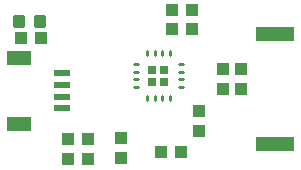
<source format=gtp>
G75*
%MOIN*%
%OFA0B0*%
%FSLAX25Y25*%
%IPPOS*%
%LPD*%
%AMOC8*
5,1,8,0,0,1.08239X$1,22.5*
%
%ADD10R,0.07874X0.04724*%
%ADD11R,0.05315X0.02362*%
%ADD12R,0.04331X0.03937*%
%ADD13R,0.03937X0.04331*%
%ADD14C,0.01181*%
%ADD15R,0.12600X0.05118*%
%ADD16C,0.01024*%
%ADD17R,0.03150X0.03150*%
D10*
X0118865Y0118976D03*
X0118865Y0141024D03*
D11*
X0133333Y0135906D03*
X0133333Y0131969D03*
X0133333Y0128031D03*
X0133333Y0124094D03*
D12*
X0166087Y0109700D03*
X0172780Y0109700D03*
X0126180Y0147500D03*
X0119487Y0147500D03*
X0169987Y0150500D03*
X0176680Y0150500D03*
X0176680Y0157000D03*
X0169987Y0157000D03*
D13*
X0135033Y0107054D03*
X0141933Y0107054D03*
X0141933Y0113746D03*
X0135033Y0113746D03*
X0152933Y0114246D03*
X0152933Y0107554D03*
X0178833Y0116654D03*
X0178833Y0123346D03*
X0186733Y0130654D03*
X0192733Y0130654D03*
X0192733Y0137346D03*
X0186733Y0137346D03*
D14*
X0124408Y0151622D02*
X0124408Y0154378D01*
X0127164Y0154378D01*
X0127164Y0151622D01*
X0124408Y0151622D01*
X0124408Y0152744D02*
X0127164Y0152744D01*
X0127164Y0153866D02*
X0124408Y0153866D01*
X0117503Y0154378D02*
X0117503Y0151622D01*
X0117503Y0154378D02*
X0120259Y0154378D01*
X0120259Y0151622D01*
X0117503Y0151622D01*
X0117503Y0152744D02*
X0120259Y0152744D01*
X0120259Y0153866D02*
X0117503Y0153866D01*
D15*
X0204333Y0148807D03*
X0204333Y0112193D03*
D16*
X0173592Y0131187D02*
X0172214Y0131187D01*
X0172214Y0133746D02*
X0173592Y0133746D01*
X0173592Y0136306D02*
X0172214Y0136306D01*
X0172214Y0138865D02*
X0173592Y0138865D01*
X0169198Y0141853D02*
X0169198Y0143231D01*
X0166639Y0143231D02*
X0166639Y0141853D01*
X0164080Y0141853D02*
X0164080Y0143231D01*
X0161521Y0143231D02*
X0161521Y0141853D01*
X0158533Y0138865D02*
X0157155Y0138865D01*
X0157155Y0136306D02*
X0158533Y0136306D01*
X0158533Y0133746D02*
X0157155Y0133746D01*
X0157155Y0131187D02*
X0158533Y0131187D01*
X0161521Y0128172D02*
X0161521Y0126794D01*
X0164080Y0126794D02*
X0164080Y0128172D01*
X0166639Y0128172D02*
X0166639Y0126794D01*
X0169198Y0126794D02*
X0169198Y0128172D01*
D17*
X0167302Y0133031D03*
X0163365Y0133031D03*
X0163365Y0136969D03*
X0167302Y0136969D03*
M02*

</source>
